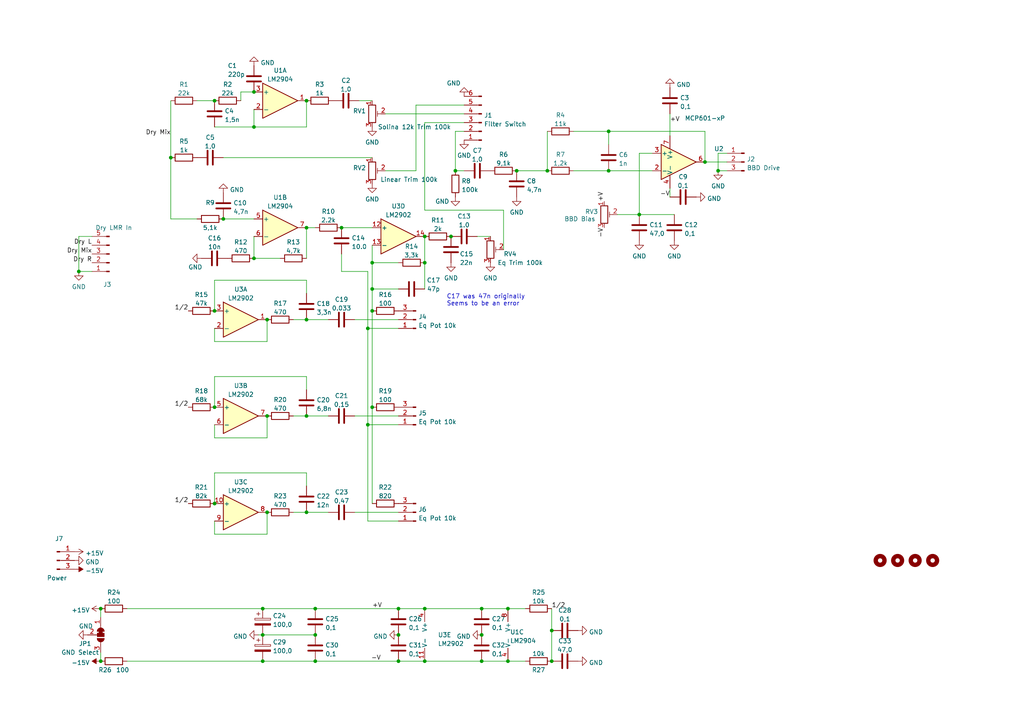
<source format=kicad_sch>
(kicad_sch (version 20211123) (generator eeschema)
  (paper "A4")
  (lib_symbols
    (symbol "Amplifier_Operational:LM2902" (pin_names (offset 0.127))
      (property "Reference" "U" (at 0 5.08 0))
      (property "Value" "LM2902" (at 0 -5.08 0))
      (symbol "LM2902_1_1"
        (polyline (pts (xy -5.08 5.08) (xy 5.08 0) (xy -5.08 -5.08) (xy -5.08 5.08)) (stroke (width 0.254)) (fill (type background)))
        (pin output line (at 7.62 0 180) (length 2.54) (name "~") (number "1"))
        (pin input line (at -7.62 -2.54 0) (length 2.54) (name "-") (number "2"))
        (pin input line (at -7.62 2.54 0) (length 2.54) (name "+") (number "3"))
      )
      (symbol "LM2902_2_1"
        (polyline (pts (xy -5.08 5.08) (xy 5.08 0) (xy -5.08 -5.08) (xy -5.08 5.08)) (stroke (width 0.254)) (fill (type background)))
        (pin input line (at -7.62 2.54 0) (length 2.54) (name "+") (number "5"))
        (pin input line (at -7.62 -2.54 0) (length 2.54) (name "-") (number "6"))
        (pin output line (at 7.62 0 180) (length 2.54) (name "~") (number "7"))
      )
      (symbol "LM2902_3_1"
        (polyline (pts (xy -5.08 5.08) (xy 5.08 0) (xy -5.08 -5.08) (xy -5.08 5.08)) (stroke (width 0.254)) (fill (type background)))
        (pin input line (at -7.62 2.54 0) (length 2.54) (name "+") (number "10"))
        (pin output line (at 7.62 0 180) (length 2.54) (name "~") (number "8"))
        (pin input line (at -7.62 -2.54 0) (length 2.54) (name "-") (number "9"))
      )
      (symbol "LM2902_4_1"
        (polyline (pts (xy -5.08 5.08) (xy 5.08 0) (xy -5.08 -5.08) (xy -5.08 5.08)) (stroke (width 0.254)) (fill (type background)))
        (pin input line (at -7.62 2.54 0) (length 2.54) (name "+") (number "12"))
        (pin input line (at -7.62 -2.54 0) (length 2.54) (name "-") (number "13"))
        (pin output line (at 7.62 0 180) (length 2.54) (name "~") (number "14"))
      )
      (symbol "LM2902_5_1"
        (pin power_in line (at -2.54 -7.62 90) (length 3.81) (name "V-") (number "11"))
        (pin power_in line (at -2.54 7.62 270) (length 3.81) (name "V+") (number "4"))
      )
    )
    (symbol "Amplifier_Operational:LM2904" (pin_names (offset 0.127))
      (property "Reference" "U" (at 0 5.08 0))
      (property "Value" "LM2904" (at 0 -5.08 0))
      (symbol "LM2904_1_1"
        (polyline (pts (xy -5.08 5.08) (xy 5.08 0) (xy -5.08 -5.08) (xy -5.08 5.08)) (stroke (width 0.254)) (fill (type background)))
        (pin output line (at 7.62 0 180) (length 2.54) (name "~") (number "1"))
        (pin input line (at -7.62 -2.54 0) (length 2.54) (name "-") (number "2"))
        (pin input line (at -7.62 2.54 0) (length 2.54) (name "+") (number "3"))
      )
      (symbol "LM2904_2_1"
        (polyline (pts (xy -5.08 5.08) (xy 5.08 0) (xy -5.08 -5.08) (xy -5.08 5.08)) (stroke (width 0.254)) (fill (type background)))
        (pin input line (at -7.62 2.54 0) (length 2.54) (name "+") (number "5"))
        (pin input line (at -7.62 -2.54 0) (length 2.54) (name "-") (number "6"))
        (pin output line (at 7.62 0 180) (length 2.54) (name "~") (number "7"))
      )
      (symbol "LM2904_3_1"
        (pin power_in line (at -2.54 -7.62 90) (length 3.81) (name "V-") (number "4"))
        (pin power_in line (at -2.54 7.62 270) (length 3.81) (name "V+") (number "8"))
      )
    )
    (symbol "Amplifier_Operational:MCP601-xP" (pin_names (offset 0.127))
      (property "Reference" "U" (at 0 6.35 0))
      (property "Value" "MCP601-xP" (at 0 3.81 0))
      (symbol "MCP601-xP_0_1"
        (polyline (pts (xy -5.08 5.08) (xy 5.08 0) (xy -5.08 -5.08) (xy -5.08 5.08)) (stroke (width 0.254)) (fill (type background)))
      )
      (symbol "MCP601-xP_1_1"
        (pin no_connect line (at -5.08 -2.54 90) (length 2.54) hide (name "NC") (number "1"))
        (pin input line (at -7.62 -2.54 0) (length 2.54) (name "-") (number "2"))
        (pin input line (at -7.62 2.54 0) (length 2.54) (name "+") (number "3"))
        (pin power_in line (at -2.54 -7.62 90) (length 3.81) (name "V-") (number "4"))
        (pin no_connect line (at -2.54 -2.54 90) (length 2.54) hide (name "NC") (number "5"))
        (pin output line (at 7.62 0 180) (length 2.54) (name "~") (number "6"))
        (pin power_in line (at -2.54 7.62 270) (length 3.81) (name "V+") (number "7"))
        (pin no_connect line (at 0 -2.54 90) (length 2.54) hide (name "NC") (number "8"))
      )
    )
    (symbol "Connector:Conn_01x03_Male" (pin_names (offset 1.016) hide)
      (property "Reference" "J" (at 0 5.08 0))
      (property "Value" "Conn_01x03_Male" (at 0 -5.08 0))
      (symbol "Conn_01x03_Male_1_1"
        (polyline (pts (xy 1.27 -2.54) (xy 0.8636 -2.54)) (stroke (width 0.1524)))
        (polyline (pts (xy 1.27 0) (xy 0.8636 0)) (stroke (width 0.1524)))
        (polyline (pts (xy 1.27 2.54) (xy 0.8636 2.54)) (stroke (width 0.1524)))
        (rectangle (start 0.8636 -2.413) (end 0 -2.667) (stroke (width 0.1524)) (fill (type outline)))
        (rectangle (start 0.8636 0.127) (end 0 -0.127) (stroke (width 0.1524)) (fill (type outline)))
        (rectangle (start 0.8636 2.667) (end 0 2.413) (stroke (width 0.1524)) (fill (type outline)))
        (pin passive line (at 5.08 2.54 180) (length 3.81) (name "Pin_1") (number "1"))
        (pin passive line (at 5.08 0 180) (length 3.81) (name "Pin_2") (number "2"))
        (pin passive line (at 5.08 -2.54 180) (length 3.81) (name "Pin_3") (number "3"))
      )
    )
    (symbol "Connector:Conn_01x05_Male" (pin_names (offset 1.016) hide)
      (property "Reference" "J" (at 0 7.62 0))
      (property "Value" "Conn_01x05_Male" (at 0 -7.62 0))
      (symbol "Conn_01x05_Male_1_1"
        (polyline (pts (xy 1.27 -5.08) (xy 0.8636 -5.08)) (stroke (width 0.1524)))
        (polyline (pts (xy 1.27 -2.54) (xy 0.8636 -2.54)) (stroke (width 0.1524)))
        (polyline (pts (xy 1.27 0) (xy 0.8636 0)) (stroke (width 0.1524)))
        (polyline (pts (xy 1.27 2.54) (xy 0.8636 2.54)) (stroke (width 0.1524)))
        (polyline (pts (xy 1.27 5.08) (xy 0.8636 5.08)) (stroke (width 0.1524)))
        (rectangle (start 0.8636 -4.953) (end 0 -5.207) (stroke (width 0.1524)) (fill (type outline)))
        (rectangle (start 0.8636 -2.413) (end 0 -2.667) (stroke (width 0.1524)) (fill (type outline)))
        (rectangle (start 0.8636 0.127) (end 0 -0.127) (stroke (width 0.1524)) (fill (type outline)))
        (rectangle (start 0.8636 2.667) (end 0 2.413) (stroke (width 0.1524)) (fill (type outline)))
        (rectangle (start 0.8636 5.207) (end 0 4.953) (stroke (width 0.1524)) (fill (type outline)))
        (pin passive line (at 5.08 5.08 180) (length 3.81) (name "Pin_1") (number "1"))
        (pin passive line (at 5.08 2.54 180) (length 3.81) (name "Pin_2") (number "2"))
        (pin passive line (at 5.08 0 180) (length 3.81) (name "Pin_3") (number "3"))
        (pin passive line (at 5.08 -2.54 180) (length 3.81) (name "Pin_4") (number "4"))
        (pin passive line (at 5.08 -5.08 180) (length 3.81) (name "Pin_5") (number "5"))
      )
    )
    (symbol "Connector:Conn_01x06_Male" (pin_names (offset 1.016) hide)
      (property "Reference" "J" (at 0 7.62 0))
      (property "Value" "Conn_01x06_Male" (at 0 -10.16 0))
      (symbol "Conn_01x06_Male_1_1"
        (polyline (pts (xy 1.27 -7.62) (xy 0.8636 -7.62)) (stroke (width 0.1524)))
        (polyline (pts (xy 1.27 -5.08) (xy 0.8636 -5.08)) (stroke (width 0.1524)))
        (polyline (pts (xy 1.27 -2.54) (xy 0.8636 -2.54)) (stroke (width 0.1524)))
        (polyline (pts (xy 1.27 0) (xy 0.8636 0)) (stroke (width 0.1524)))
        (polyline (pts (xy 1.27 2.54) (xy 0.8636 2.54)) (stroke (width 0.1524)))
        (polyline (pts (xy 1.27 5.08) (xy 0.8636 5.08)) (stroke (width 0.1524)))
        (rectangle (start 0.8636 -7.493) (end 0 -7.747) (stroke (width 0.1524)) (fill (type outline)))
        (rectangle (start 0.8636 -4.953) (end 0 -5.207) (stroke (width 0.1524)) (fill (type outline)))
        (rectangle (start 0.8636 -2.413) (end 0 -2.667) (stroke (width 0.1524)) (fill (type outline)))
        (rectangle (start 0.8636 0.127) (end 0 -0.127) (stroke (width 0.1524)) (fill (type outline)))
        (rectangle (start 0.8636 2.667) (end 0 2.413) (stroke (width 0.1524)) (fill (type outline)))
        (rectangle (start 0.8636 5.207) (end 0 4.953) (stroke (width 0.1524)) (fill (type outline)))
        (pin passive line (at 5.08 5.08 180) (length 3.81) (name "Pin_1") (number "1"))
        (pin passive line (at 5.08 2.54 180) (length 3.81) (name "Pin_2") (number "2"))
        (pin passive line (at 5.08 0 180) (length 3.81) (name "Pin_3") (number "3"))
        (pin passive line (at 5.08 -2.54 180) (length 3.81) (name "Pin_4") (number "4"))
        (pin passive line (at 5.08 -5.08 180) (length 3.81) (name "Pin_5") (number "5"))
        (pin passive line (at 5.08 -7.62 180) (length 3.81) (name "Pin_6") (number "6"))
      )
    )
    (symbol "Device:C" (pin_numbers hide) (pin_names (offset 0.254))
      (property "Reference" "C" (at 0.635 2.54 0))
      (property "Value" "C" (at 0.635 -2.54 0))
      (symbol "C_0_1"
        (polyline (pts (xy -2.032 -0.762) (xy 2.032 -0.762)) (stroke (width 0.508)))
        (polyline (pts (xy -2.032 0.762) (xy 2.032 0.762)) (stroke (width 0.508)))
      )
      (symbol "C_1_1"
        (pin passive line (at 0 3.81 270) (length 2.794) (name "~") (number "1"))
        (pin passive line (at 0 -3.81 90) (length 2.794) (name "~") (number "2"))
      )
    )
    (symbol "Device:C_Polarized" (pin_numbers hide) (pin_names (offset 0.254))
      (property "Reference" "C" (at 0.635 2.54 0))
      (property "Value" "C_Polarized" (at 0.635 -2.54 0))
      (symbol "C_Polarized_0_1"
        (rectangle (start -2.286 0.508) (end 2.286 1.016))
        (polyline (pts (xy -1.778 2.286) (xy -0.762 2.286)))
        (polyline (pts (xy -1.27 2.794) (xy -1.27 1.778)))
        (rectangle (start 2.286 -0.508) (end -2.286 -1.016) (fill (type outline)))
      )
      (symbol "C_Polarized_1_1"
        (pin passive line (at 0 3.81 270) (length 2.794) (name "~") (number "1"))
        (pin passive line (at 0 -3.81 90) (length 2.794) (name "~") (number "2"))
      )
    )
    (symbol "Device:R" (pin_numbers hide) (pin_names (offset 0))
      (property "Reference" "R" (at 2.032 0 90))
      (property "Value" "R" (at 0 0 90))
      (symbol "R_0_1"
        (rectangle (start -1.016 -2.54) (end 1.016 2.54) (stroke (width 0.254)))
      )
      (symbol "R_1_1"
        (pin passive line (at 0 3.81 270) (length 1.27) (name "~") (number "1"))
        (pin passive line (at 0 -3.81 90) (length 1.27) (name "~") (number "2"))
      )
    )
    (symbol "Device:R_Potentiometer_Trim" (pin_names (offset 1.016) hide)
      (property "Reference" "RV" (at -4.445 0 90))
      (property "Value" "R_Potentiometer_Trim" (at -2.54 0 90))
      (symbol "R_Potentiometer_Trim_0_1"
        (polyline (pts (xy 1.524 0.762) (xy 1.524 -0.762)))
        (polyline (pts (xy 2.54 0) (xy 1.524 0)))
        (rectangle (start 1.016 2.54) (end -1.016 -2.54) (stroke (width 0.254)))
      )
      (symbol "R_Potentiometer_Trim_1_1"
        (pin passive line (at 0 3.81 270) (length 1.27) (name "1") (number "1"))
        (pin passive line (at 3.81 0 180) (length 1.27) (name "2") (number "2"))
        (pin passive line (at 0 -3.81 90) (length 1.27) (name "3") (number "3"))
      )
    )
    (symbol "Jumper:SolderJumper_3_Bridged12" (pin_names (offset 0) hide)
      (property "Reference" "JP" (at -2.54 -2.54 0))
      (property "Value" "SolderJumper_3_Bridged12" (at 0 2.794 0))
      (symbol "SolderJumper_3_Bridged12_0_1"
        (rectangle (start -1.016 0.508) (end -0.508 -0.508) (fill (type outline)))
        (arc (start -1.016 1.016) (mid -2.032 0) (end -1.016 -1.016))
        (arc (start -1.016 1.016) (mid -2.032 0) (end -1.016 -1.016) (fill (type outline)))
        (rectangle (start -0.508 1.016) (end 0.508 -1.016) (fill (type outline)))
        (polyline (pts (xy -2.54 0) (xy -2.032 0)))
        (polyline (pts (xy -1.016 1.016) (xy -1.016 -1.016)))
        (polyline (pts (xy 0 -1.27) (xy 0 -1.016)))
        (polyline (pts (xy 1.016 1.016) (xy 1.016 -1.016)))
        (polyline (pts (xy 2.54 0) (xy 2.032 0)))
        (arc (start 1.016 -1.016) (mid 2.032 0) (end 1.016 1.016))
        (arc (start 1.016 -1.016) (mid 2.032 0) (end 1.016 1.016) (fill (type outline)))
      )
      (symbol "SolderJumper_3_Bridged12_1_1"
        (pin passive line (at -5.08 0 0) (length 2.54) (name "A") (number "1"))
        (pin passive line (at 0 -3.81 90) (length 2.54) (name "C") (number "2"))
        (pin passive line (at 5.08 0 180) (length 2.54) (name "B") (number "3"))
      )
    )
    (symbol "Mechanical:MountingHole" (pin_names (offset 1.016))
      (property "Reference" "H" (at 0 5.08 0))
      (property "Value" "MountingHole" (at 0 3.175 0))
      (symbol "MountingHole_0_1"
        (circle (center 0 0) (radius 1.27) (stroke (width 1.27)))
      )
    )
    (symbol "power:+15V" (power) (pin_names (offset 0))
      (property "Value" "+15V" (at 0 3.556 0))
      (symbol "+15V_0_1"
        (polyline (pts (xy -0.762 1.27) (xy 0 2.54)))
        (polyline (pts (xy 0 0) (xy 0 2.54)))
        (polyline (pts (xy 0 2.54) (xy 0.762 1.27)))
      )
      (symbol "+15V_1_1"
        (pin power_in line (at 0 0 90) (length 0) hide (name "+15V") (number "1"))
      )
    )
    (symbol "power:-15V" (power) (pin_names (offset 0))
      (property "Value" "-15V" (at 0 3.81 0))
      (symbol "-15V_0_0"
        (pin power_in line (at 0 0 90) (length 0) hide (name "-15V") (number "1"))
      )
      (symbol "-15V_0_1"
        (polyline (pts (xy 0 0) (xy 0 1.27) (xy 0.762 1.27) (xy 0 2.54) (xy -0.762 1.27) (xy 0 1.27)) (fill (type outline)))
      )
    )
    (symbol "power:GND" (power) (pin_names (offset 0))
      (property "Value" "GND" (at 0 -3.81 0))
      (symbol "GND_0_1"
        (polyline (pts (xy 0 0) (xy 0 -1.27) (xy 1.27 -1.27) (xy 0 -2.54) (xy -1.27 -1.27) (xy 0 -1.27)))
      )
      (symbol "GND_1_1"
        (pin power_in line (at 0 0 270) (length 0) hide (name "GND") (number "1"))
      )
    )
  )
  (junction (at 115.57 184.15))
  (junction (at 91.44 191.77))
  (junction (at 62.23 146.05))
  (junction (at 22.86 78.74))
  (junction (at 62.23 118.11))
  (junction (at 158.75 49.53))
  (junction (at 88.9 120.65))
  (junction (at 130.81 68.58))
  (junction (at 139.7 176.53))
  (junction (at 123.19 76.2))
  (junction (at 77.47 148.59))
  (junction (at 106.68 95.25))
  (junction (at 88.9 92.71))
  (junction (at 91.44 176.53))
  (junction (at 107.95 90.17))
  (junction (at 76.2 176.53))
  (junction (at 88.9 148.59))
  (junction (at 76.2 191.77))
  (junction (at 204.47 46.99))
  (junction (at 88.9 29.21))
  (junction (at 29.21 176.53))
  (junction (at 88.9 66.04))
  (junction (at 185.42 62.23))
  (junction (at 160.02 191.77))
  (junction (at 73.66 36.83))
  (junction (at 77.47 120.65))
  (junction (at 123.19 191.77))
  (junction (at 147.32 191.77))
  (junction (at 176.53 49.53))
  (junction (at 149.86 49.53))
  (junction (at 107.95 76.2))
  (junction (at 62.23 90.17))
  (junction (at 139.7 184.15))
  (junction (at 29.21 191.77))
  (junction (at 49.53 45.72))
  (junction (at 77.47 92.71))
  (junction (at 176.53 38.1))
  (junction (at 208.28 49.53))
  (junction (at 160.02 182.88))
  (junction (at 76.2 184.15))
  (junction (at 123.19 176.53))
  (junction (at 139.7 191.77))
  (junction (at 73.66 74.93))
  (junction (at 107.95 83.82))
  (junction (at 99.06 66.04))
  (junction (at 73.66 26.67))
  (junction (at 91.44 184.15))
  (junction (at 132.08 49.53))
  (junction (at 147.32 176.53))
  (junction (at 115.57 191.77))
  (junction (at 106.68 123.19))
  (junction (at 123.19 68.58))
  (junction (at 115.57 176.53))
  (junction (at 107.95 118.11))
  (junction (at 64.77 63.5))
  (junction (at 62.23 29.21))
  (wire (pts (xy 73.66 74.93) (xy 81.28 74.93)))
  (wire (pts (xy 123.19 76.2) (xy 123.19 83.82)))
  (wire (pts (xy 204.47 46.99) (xy 204.47 38.1)))
  (wire (pts (xy 123.19 60.96) (xy 146.05 60.96)))
  (wire (pts (xy 189.23 44.45) (xy 185.42 44.45)))
  (wire (pts (xy 77.47 127) (xy 77.47 120.65)))
  (wire (pts (xy 106.68 78.74) (xy 106.68 95.25)))
  (wire (pts (xy 106.68 151.13) (xy 106.68 123.19)))
  (wire (pts (xy 107.95 71.12) (xy 107.95 76.2)))
  (wire (pts (xy 57.15 29.21) (xy 62.23 29.21)))
  (wire (pts (xy 88.9 66.04) (xy 88.9 74.93)))
  (wire (pts (xy 102.87 120.65) (xy 115.57 120.65)))
  (wire (pts (xy 123.19 35.56) (xy 123.19 60.96)))
  (wire (pts (xy 107.95 83.82) (xy 115.57 83.82)))
  (wire (pts (xy 107.95 76.2) (xy 107.95 83.82)))
  (wire (pts (xy 176.53 38.1) (xy 166.37 38.1)))
  (wire (pts (xy 111.76 33.02) (xy 134.62 33.02)))
  (wire (pts (xy 123.19 68.58) (xy 123.19 76.2)))
  (wire (pts (xy 194.31 54.61) (xy 194.31 57.15)))
  (wire (pts (xy 115.57 191.77) (xy 123.19 191.77)))
  (wire (pts (xy 166.37 49.53) (xy 176.53 49.53)))
  (wire (pts (xy 88.9 66.04) (xy 91.44 66.04)))
  (wire (pts (xy 62.23 36.83) (xy 73.66 36.83)))
  (wire (pts (xy 88.9 81.28) (xy 62.23 81.28)))
  (wire (pts (xy 149.86 49.53) (xy 158.75 49.53)))
  (wire (pts (xy 204.47 46.99) (xy 210.82 46.99)))
  (wire (pts (xy 49.53 29.21) (xy 49.53 45.72)))
  (wire (pts (xy 62.23 81.28) (xy 62.23 90.17)))
  (wire (pts (xy 146.05 60.96) (xy 146.05 72.39)))
  (wire (pts (xy 107.95 118.11) (xy 107.95 146.05)))
  (wire (pts (xy 62.23 154.94) (xy 77.47 154.94)))
  (wire (pts (xy 107.95 76.2) (xy 115.57 76.2)))
  (wire (pts (xy 62.23 99.06) (xy 77.47 99.06)))
  (wire (pts (xy 115.57 95.25) (xy 106.68 95.25)))
  (wire (pts (xy 64.77 63.5) (xy 73.66 63.5)))
  (wire (pts (xy 102.87 148.59) (xy 115.57 148.59)))
  (wire (pts (xy 62.23 123.19) (xy 62.23 127)))
  (wire (pts (xy 194.31 33.02) (xy 194.31 39.37)))
  (wire (pts (xy 88.9 85.09) (xy 88.9 81.28)))
  (wire (pts (xy 91.44 191.77) (xy 115.57 191.77)))
  (wire (pts (xy 22.86 68.58) (xy 22.86 78.74)))
  (wire (pts (xy 62.23 151.13) (xy 62.23 154.94)))
  (wire (pts (xy 132.08 38.1) (xy 134.62 38.1)))
  (wire (pts (xy 36.83 176.53) (xy 76.2 176.53)))
  (wire (pts (xy 115.57 151.13) (xy 106.68 151.13)))
  (wire (pts (xy 73.66 31.75) (xy 73.66 36.83)))
  (wire (pts (xy 152.4 191.77) (xy 147.32 191.77)))
  (wire (pts (xy 138.43 68.58) (xy 142.24 68.58)))
  (wire (pts (xy 204.47 38.1) (xy 176.53 38.1)))
  (wire (pts (xy 74.93 184.15) (xy 76.2 184.15)))
  (wire (pts (xy 62.23 137.16) (xy 62.23 146.05)))
  (wire (pts (xy 99.06 78.74) (xy 106.68 78.74)))
  (wire (pts (xy 139.7 176.53) (xy 123.19 176.53)))
  (wire (pts (xy 160.02 182.88) (xy 160.02 191.77)))
  (wire (pts (xy 88.9 120.65) (xy 95.25 120.65)))
  (wire (pts (xy 88.9 148.59) (xy 95.25 148.59)))
  (wire (pts (xy 88.9 140.97) (xy 88.9 137.16)))
  (wire (pts (xy 88.9 36.83) (xy 88.9 29.21)))
  (wire (pts (xy 77.47 99.06) (xy 77.47 92.71)))
  (wire (pts (xy 106.68 123.19) (xy 115.57 123.19)))
  (wire (pts (xy 26.67 68.58) (xy 22.86 68.58)))
  (wire (pts (xy 104.14 29.21) (xy 107.95 29.21)))
  (wire (pts (xy 179.07 62.23) (xy 185.42 62.23)))
  (wire (pts (xy 57.15 63.5) (xy 49.53 63.5)))
  (wire (pts (xy 106.68 95.25) (xy 106.68 123.19)))
  (wire (pts (xy 69.85 29.21) (xy 69.85 26.67)))
  (wire (pts (xy 62.23 127) (xy 77.47 127)))
  (wire (pts (xy 49.53 45.72) (xy 49.53 63.5)))
  (wire (pts (xy 69.85 26.67) (xy 73.66 26.67)))
  (wire (pts (xy 29.21 176.53) (xy 29.21 179.07)))
  (wire (pts (xy 99.06 66.04) (xy 107.95 66.04)))
  (wire (pts (xy 132.08 49.53) (xy 134.62 49.53)))
  (wire (pts (xy 62.23 95.25) (xy 62.23 99.06)))
  (wire (pts (xy 152.4 176.53) (xy 147.32 176.53)))
  (wire (pts (xy 85.09 148.59) (xy 88.9 148.59)))
  (wire (pts (xy 134.62 35.56) (xy 123.19 35.56)))
  (wire (pts (xy 88.9 109.22) (xy 62.23 109.22)))
  (wire (pts (xy 76.2 184.15) (xy 91.44 184.15)))
  (wire (pts (xy 88.9 92.71) (xy 95.25 92.71)))
  (wire (pts (xy 85.09 92.71) (xy 88.9 92.71)))
  (wire (pts (xy 88.9 137.16) (xy 62.23 137.16)))
  (wire (pts (xy 85.09 120.65) (xy 88.9 120.65)))
  (wire (pts (xy 76.2 191.77) (xy 91.44 191.77)))
  (wire (pts (xy 147.32 191.77) (xy 139.7 191.77)))
  (wire (pts (xy 139.7 191.77) (xy 123.19 191.77)))
  (wire (pts (xy 185.42 44.45) (xy 185.42 62.23)))
  (wire (pts (xy 176.53 49.53) (xy 189.23 49.53)))
  (wire (pts (xy 210.82 44.45) (xy 208.28 44.45)))
  (wire (pts (xy 185.42 62.23) (xy 195.58 62.23)))
  (wire (pts (xy 64.77 45.72) (xy 107.95 45.72)))
  (wire (pts (xy 99.06 73.66) (xy 99.06 78.74)))
  (wire (pts (xy 29.21 189.23) (xy 29.21 191.77)))
  (wire (pts (xy 115.57 176.53) (xy 123.19 176.53)))
  (wire (pts (xy 176.53 41.91) (xy 176.53 38.1)))
  (wire (pts (xy 73.66 68.58) (xy 73.66 74.93)))
  (wire (pts (xy 120.65 49.53) (xy 120.65 30.48)))
  (wire (pts (xy 107.95 90.17) (xy 107.95 118.11)))
  (wire (pts (xy 73.66 36.83) (xy 88.9 36.83)))
  (wire (pts (xy 91.44 176.53) (xy 115.57 176.53)))
  (wire (pts (xy 147.32 176.53) (xy 139.7 176.53)))
  (wire (pts (xy 62.23 109.22) (xy 62.23 118.11)))
  (wire (pts (xy 111.76 49.53) (xy 120.65 49.53)))
  (wire (pts (xy 120.65 30.48) (xy 134.62 30.48)))
  (wire (pts (xy 132.08 49.53) (xy 132.08 38.1)))
  (wire (pts (xy 158.75 38.1) (xy 158.75 49.53)))
  (wire (pts (xy 107.95 83.82) (xy 107.95 90.17)))
  (wire (pts (xy 36.83 191.77) (xy 76.2 191.77)))
  (wire (pts (xy 208.28 44.45) (xy 208.28 49.53)))
  (wire (pts (xy 102.87 92.71) (xy 115.57 92.71)))
  (wire (pts (xy 77.47 154.94) (xy 77.47 148.59)))
  (wire (pts (xy 88.9 113.03) (xy 88.9 109.22)))
  (wire (pts (xy 160.02 176.53) (xy 160.02 182.88)))
  (wire (pts (xy 22.86 78.74) (xy 26.67 78.74)))
  (wire (pts (xy 208.28 49.53) (xy 210.82 49.53)))
  (wire (pts (xy 76.2 176.53) (xy 91.44 176.53)))
  (text "C17 was 47n originally\nSeems to be an error" (at 129.54 88.9 0) (effects (font (size 1.27 1.27)) (justify left bottom)))
  (label "1{slash}2" (at 54.61 90.17 180))
  (label "-V" (at 110.49 191.77 180))
  (label "-V" (at 194.31 57.15 180))
  (label "Dry Mix" (at 49.53 39.37 180))
  (label "Dry Mix" (at 26.67 73.66 180))
  (label "Dry R" (at 26.67 76.2 180))
  (label "+V" (at 107.95 176.53 0))
  (label "-V" (at 175.26 66.04 270))
  (label "1{slash}2" (at 54.61 146.05 180))
  (label "+V" (at 194.31 35.56 0))
  (label "+V" (at 175.26 58.42 90))
  (label "1{slash}2" (at 54.61 118.11 180))
  (label "1{slash}2" (at 160.02 176.53 0))
  (label "Dry L" (at 26.67 71.12 180))
  (symbol (lib_id "Amplifier_Operational:LM2904") (at 81.28 66.04 0) (unit 2)
    (property "Reference" "U1" (at 81.28 57.2602 0))
    (property "Value" "LM2904" (at 81.28 59.7971 0))
    (property "Footprint" "Package_DIP:DIP-8_W7.62mm" (effects hide))
    (property "Datasheet" "http://www.ti.com/lit/ds/symlink/lm358.pdf" (effects hide))
  )
  (symbol (lib_id "Device:R") (at 132.08 53.34 180) (unit 1)
    (property "Reference" "R8" (at 133.858 52.5053 0) (effects (justify right)))
    (property "Value" "100k" (at 133.858 55.0422 0) (effects (justify right)))
    (property "Footprint" "Resistor_SMD:R_1206_3216Metric_Pad1.30x1.75mm_HandSolder" (effects hide))
  )
  (symbol (lib_id "Device:R") (at 81.28 120.65 90) (unit 1)
    (property "Reference" "R20" (at 81.28 115.9342 90))
    (property "Value" "470" (at 81.28 118.4711 90))
    (property "Footprint" "Resistor_SMD:R_1206_3216Metric_Pad1.30x1.75mm_HandSolder" (effects hide))
  )
  (symbol (lib_id "power:GND") (at 130.81 76.2 0) (unit 1)
    (property "Reference" "#PWR0112" (effects hide))
    (property "Value" "GND" (at 130.81 80.6434 0))
  )
  (symbol (lib_id "Device:C") (at 99.06 69.85 180) (unit 1)
    (property "Reference" "C14" (at 101.981 69.0153 0) (effects (justify right)))
    (property "Value" "10.0" (at 101.981 71.5522 0) (effects (justify right)))
    (property "Footprint" "Capacitor_SMD:C_0805_2012Metric_Pad1.18x1.45mm_HandSolder" (effects hide))
  )
  (symbol (lib_id "Amplifier_Operational:MCP601-xP") (at 196.85 46.99 0) (unit 1)
    (property "Reference" "U2" (at 208.5166 43.1633 0))
    (property "Value" "MCP601-xP" (at 204.47 34.29 0))
    (property "Footprint" "Package_DIP:DIP-8_W7.62mm" (effects hide))
    (property "Datasheet" "http://ww1.microchip.com/downloads/en/DeviceDoc/21314g.pdf" (effects hide))
  )
  (symbol (lib_id "Mechanical:MountingHole") (at 270.51 162.56 0) (unit 1)
    (property "Reference" "H4" (effects hide))
    (property "Value" "MountingHole" (effects hide))
    (property "Footprint" "MountingHole:MountingHole_3.2mm_M3" (effects hide))
  )
  (symbol (lib_id "power:GND") (at 142.24 76.2 0) (unit 1)
    (property "Reference" "#PWR0113" (effects hide))
    (property "Value" "GND" (at 142.24 80.6434 0))
  )
  (symbol (lib_id "power:+15V") (at 21.59 160.02 270) (unit 1)
    (property "Reference" "#PWR0105" (effects hide))
    (property "Value" "+15V" (at 24.765 160.4538 90) (effects (justify left)))
  )
  (symbol (lib_id "Device:C") (at 100.33 29.21 90) (unit 1)
    (property "Reference" "C2" (at 100.33 23.3512 90))
    (property "Value" "1,0" (at 100.33 25.8881 90))
    (property "Footprint" "Capacitor_SMD:C_0805_2012Metric_Pad1.18x1.45mm_HandSolder" (effects hide))
  )
  (symbol (lib_id "Connector:Conn_01x06_Male") (at 139.7 35.56 180) (unit 1)
    (property "Reference" "J1" (at 140.4112 33.4553 0) (effects (justify right)))
    (property "Value" "Filter Switch" (at 140.4112 35.9922 0) (effects (justify right)))
    (property "Footprint" "Connector_PinHeader_2.54mm:PinHeader_1x06_P2.54mm_Vertical" (effects hide))
  )
  (symbol (lib_id "Device:C") (at 88.9 88.9 0) (unit 1)
    (property "Reference" "C18" (at 91.821 88.0653 0) (effects (justify left)))
    (property "Value" "3,3n" (at 91.821 90.6022 0) (effects (justify left)))
    (property "Footprint" "Capacitor_SMD:C_0805_2012Metric_Pad1.18x1.45mm_HandSolder" (effects hide))
  )
  (symbol (lib_id "power:GND") (at 22.86 78.74 0) (unit 1)
    (property "Reference" "#PWR0115" (effects hide))
    (property "Value" "GND" (at 22.86 83.1834 0))
  )
  (symbol (lib_id "power:GND") (at 107.95 53.34 0) (unit 1)
    (property "Reference" "#PWR0117" (effects hide))
    (property "Value" "GND" (at 107.95 57.7834 0))
  )
  (symbol (lib_id "Device:R") (at 58.42 118.11 90) (unit 1)
    (property "Reference" "R18" (at 58.42 113.3942 90))
    (property "Value" "68k" (at 58.42 115.9311 90))
    (property "Footprint" "Resistor_SMD:R_1206_3216Metric_Pad1.30x1.75mm_HandSolder" (effects hide))
  )
  (symbol (lib_id "power:GND") (at 21.59 162.56 90) (unit 1)
    (property "Reference" "#PWR0104" (effects hide))
    (property "Value" "GND" (at 24.765 162.9938 90) (effects (justify right)))
  )
  (symbol (lib_id "Device:C_Polarized") (at 76.2 180.34 0) (unit 1)
    (property "Reference" "C24" (at 79.121 178.6163 0) (effects (justify left)))
    (property "Value" "100,0" (at 79.121 181.1532 0) (effects (justify left)))
    (property "Footprint" "Capacitor_SMD:C_Elec_6.3x5.8" (effects hide))
  )
  (symbol (lib_id "Device:R_Potentiometer_Trim") (at 107.95 33.02 0) (unit 1)
    (property "Reference" "RV1" (at 106.172 32.1853 0) (effects (justify right)))
    (property "Value" "Solina 12k Trim 100k" (at 130.81 36.83 0) (effects (justify right)))
    (property "Footprint" "Potentiometer_THT:Potentiometer_Runtron_RM-065_Vertical" (effects hide))
  )
  (symbol (lib_id "Mechanical:MountingHole") (at 260.35 162.56 0) (unit 1)
    (property "Reference" "H2" (effects hide))
    (property "Value" "MountingHole" (effects hide))
    (property "Footprint" "MountingHole:MountingHole_3.2mm_M3" (effects hide))
  )
  (symbol (lib_id "Device:R_Potentiometer_Trim") (at 175.26 62.23 0) (unit 1)
    (property "Reference" "RV3" (at 173.482 61.3953 0) (effects (justify right)))
    (property "Value" "BBD Bias" (at 172.72 63.5 0) (effects (justify right)))
    (property "Footprint" "Potentiometer_THT:Potentiometer_Runtron_RM-065_Vertical" (effects hide))
  )
  (symbol (lib_id "Device:C") (at 88.9 144.78 0) (unit 1)
    (property "Reference" "C22" (at 91.821 143.9453 0) (effects (justify left)))
    (property "Value" "12n" (at 91.821 146.4822 0) (effects (justify left)))
    (property "Footprint" "Capacitor_THT:C_Disc_D5.0mm_W2.5mm_P2.50mm" (effects hide))
  )
  (symbol (lib_id "power:GND") (at 58.42 74.93 270) (unit 1)
    (property "Reference" "#PWR0114" (effects hide))
    (property "Value" "GND" (at 54.61 77.47 90) (effects (justify left)))
  )
  (symbol (lib_id "Device:R_Potentiometer_Trim") (at 107.95 49.53 0) (unit 1)
    (property "Reference" "RV2" (at 106.172 48.6953 0) (effects (justify right)))
    (property "Value" "Linear Trim 100k" (at 127 52.07 0) (effects (justify right)))
    (property "Footprint" "Potentiometer_THT:Potentiometer_Runtron_RM-065_Vertical" (effects hide))
  )
  (symbol (lib_id "Amplifier_Operational:LM2902") (at 115.57 68.58 0) (unit 4)
    (property "Reference" "U3" (at 115.57 59.8002 0))
    (property "Value" "LM2902" (at 115.57 62.3371 0))
    (property "Footprint" "Package_DIP:DIP-14_W7.62mm" (effects hide))
    (property "Datasheet" "http://www.ti.com/lit/ds/symlink/lm2902-n.pdf" (effects hide))
  )
  (symbol (lib_id "power:GND") (at 201.93 57.15 90) (unit 1)
    (property "Reference" "#PWR0128" (effects hide))
    (property "Value" "GND" (at 205.105 57.5838 90) (effects (justify right)))
  )
  (symbol (lib_id "Device:C") (at 163.83 191.77 90) (unit 1)
    (property "Reference" "C33" (at 163.83 185.9112 90))
    (property "Value" "47,0" (at 163.83 188.4481 90))
    (property "Footprint" "Capacitor_SMD:C_Elec_6.3x5.8" (effects hide))
  )
  (symbol (lib_id "Connector:Conn_01x03_Male") (at 120.65 120.65 180) (unit 1)
    (property "Reference" "J5" (at 121.3612 119.8153 0) (effects (justify right)))
    (property "Value" "Eq Pot 10k" (at 121.3612 122.3522 0) (effects (justify right)))
    (property "Footprint" "Connector_PinHeader_2.54mm:PinHeader_1x03_P2.54mm_Vertical" (effects hide))
  )
  (symbol (lib_id "power:+15V") (at 29.21 176.53 90) (unit 1)
    (property "Reference" "#PWR0103" (effects hide))
    (property "Value" "+15V" (at 26.035 176.9638 90) (effects (justify left)))
  )
  (symbol (lib_id "Device:R") (at 81.28 92.71 90) (unit 1)
    (property "Reference" "R17" (at 81.28 87.9942 90))
    (property "Value" "470" (at 81.28 90.5311 90))
    (property "Footprint" "Resistor_SMD:R_1206_3216Metric_Pad1.30x1.75mm_HandSolder" (effects hide))
  )
  (symbol (lib_id "Device:C") (at 64.77 59.69 0) (unit 1)
    (property "Reference" "C10" (at 67.691 58.8553 0) (effects (justify left)))
    (property "Value" "4,7n" (at 67.691 61.3922 0) (effects (justify left)))
    (property "Footprint" "Capacitor_SMD:C_0805_2012Metric_Pad1.18x1.45mm_HandSolder" (effects hide))
  )
  (symbol (lib_id "Mechanical:MountingHole") (at 265.43 162.56 0) (unit 1)
    (property "Reference" "H3" (effects hide))
    (property "Value" "MountingHole" (effects hide))
    (property "Footprint" "MountingHole:MountingHole_3.2mm_M3" (effects hide))
  )
  (symbol (lib_id "Device:R") (at 81.28 148.59 90) (unit 1)
    (property "Reference" "R23" (at 81.28 143.8742 90))
    (property "Value" "470" (at 81.28 146.4111 90))
    (property "Footprint" "Resistor_SMD:R_1206_3216Metric_Pad1.30x1.75mm_HandSolder" (effects hide))
  )
  (symbol (lib_id "Amplifier_Operational:LM2902") (at 69.85 92.71 0) (unit 1)
    (property "Reference" "U3" (at 69.85 83.9302 0))
    (property "Value" "LM2902" (at 69.85 86.4671 0))
    (property "Footprint" "Package_DIP:DIP-14_W7.62mm" (effects hide))
    (property "Datasheet" "http://www.ti.com/lit/ds/symlink/lm2902-n.pdf" (effects hide))
  )
  (symbol (lib_id "Device:R") (at 33.02 176.53 90) (unit 1)
    (property "Reference" "R24" (at 33.02 171.8142 90))
    (property "Value" "100" (at 33.02 174.3511 90))
    (property "Footprint" "Resistor_SMD:R_1206_3216Metric_Pad1.30x1.75mm_HandSolder" (effects hide))
  )
  (symbol (lib_id "power:GND") (at 167.64 182.88 90) (unit 1)
    (property "Reference" "#PWR0109" (effects hide))
    (property "Value" "GND" (at 170.815 183.3138 90) (effects (justify right)))
  )
  (symbol (lib_id "power:GND") (at 107.95 36.83 0) (unit 1)
    (property "Reference" "#PWR0118" (effects hide))
    (property "Value" "GND" (at 107.95 41.2734 0))
  )
  (symbol (lib_id "Device:R") (at 33.02 191.77 90) (unit 1)
    (property "Reference" "R26" (at 30.48 194.31 90))
    (property "Value" "100" (at 35.56 194.31 90))
    (property "Footprint" "Resistor_SMD:R_1206_3216Metric_Pad1.30x1.75mm_HandSolder" (effects hide))
  )
  (symbol (lib_id "Device:C") (at 163.83 182.88 90) (unit 1)
    (property "Reference" "C28" (at 163.83 177.0212 90))
    (property "Value" "0,1" (at 163.83 179.5581 90))
    (property "Footprint" "Capacitor_SMD:C_1206_3216Metric_Pad1.33x1.80mm_HandSolder" (effects hide))
  )
  (symbol (lib_id "Device:C") (at 138.43 49.53 90) (unit 1)
    (property "Reference" "C7" (at 138.43 43.6712 90))
    (property "Value" "1,0" (at 138.43 46.2081 90))
    (property "Footprint" "Capacitor_SMD:C_0805_2012Metric_Pad1.18x1.45mm_HandSolder" (effects hide))
  )
  (symbol (lib_id "power:GND") (at 195.58 69.85 0) (unit 1)
    (property "Reference" "#PWR0126" (effects hide))
    (property "Value" "GND" (at 195.58 74.2934 0))
  )
  (symbol (lib_id "Device:C") (at 99.06 148.59 90) (unit 1)
    (property "Reference" "C23" (at 99.06 142.7312 90))
    (property "Value" "0,47" (at 99.06 145.2681 90))
    (property "Footprint" "Capacitor_SMD:C_0805_2012Metric_Pad1.18x1.45mm_HandSolder" (effects hide))
  )
  (symbol (lib_id "power:GND") (at 194.31 25.4 180) (unit 1)
    (property "Reference" "#PWR0129" (effects hide))
    (property "Value" "GND" (at 196.215 24.5638 0) (effects (justify right)))
  )
  (symbol (lib_id "power:GND") (at 25.4 184.15 270) (unit 1)
    (property "Reference" "#PWR0101" (effects hide))
    (property "Value" "GND" (at 22.86 181.61 90) (effects (justify left)))
  )
  (symbol (lib_id "Device:C") (at 149.86 53.34 0) (unit 1)
    (property "Reference" "C8" (at 152.781 52.5053 0) (effects (justify left)))
    (property "Value" "4,7n" (at 152.781 55.0422 0) (effects (justify left)))
    (property "Footprint" "Capacitor_SMD:C_0805_2012Metric_Pad1.18x1.45mm_HandSolder" (effects hide))
  )
  (symbol (lib_id "Device:C") (at 139.7 187.96 0) (unit 1)
    (property "Reference" "C32" (at 142.621 187.1253 0) (effects (justify left)))
    (property "Value" "0,1" (at 142.621 189.6622 0) (effects (justify left)))
    (property "Footprint" "Capacitor_SMD:C_1206_3216Metric_Pad1.33x1.80mm_HandSolder" (effects hide))
  )
  (symbol (lib_id "Device:R") (at 66.04 29.21 90) (unit 1)
    (property "Reference" "R2" (at 66.04 24.4942 90))
    (property "Value" "22k" (at 66.04 27.0311 90))
    (property "Footprint" "Resistor_SMD:R_1206_3216Metric_Pad1.30x1.75mm_HandSolder" (effects hide))
  )
  (symbol (lib_id "Device:C") (at 62.23 33.02 0) (unit 1)
    (property "Reference" "C4" (at 65.151 32.1853 0) (effects (justify left)))
    (property "Value" "1,5n" (at 65.151 34.7222 0) (effects (justify left)))
    (property "Footprint" "Capacitor_THT:C_Disc_D5.0mm_W2.5mm_P2.50mm" (effects hide))
  )
  (symbol (lib_id "power:GND") (at 115.57 184.15 270) (unit 1)
    (property "Reference" "#PWR0110" (effects hide))
    (property "Value" "GND" (at 112.3951 184.5838 90) (effects (justify right)))
  )
  (symbol (lib_id "Device:R") (at 53.34 45.72 90) (unit 1)
    (property "Reference" "R5" (at 53.34 41.0042 90))
    (property "Value" "1k" (at 53.34 43.5411 90))
    (property "Footprint" "Resistor_SMD:R_1206_3216Metric_Pad1.30x1.75mm_HandSolder" (effects hide))
  )
  (symbol (lib_id "power:GND") (at 134.62 40.64 0) (unit 1)
    (property "Reference" "#PWR0120" (effects hide))
    (property "Value" "GND" (at 134.62 45.0834 0))
  )
  (symbol (lib_id "power:GND") (at 132.08 57.15 0) (unit 1)
    (property "Reference" "#PWR0125" (effects hide))
    (property "Value" "GND" (at 128.27 58.42 0))
  )
  (symbol (lib_id "Connector:Conn_01x03_Male") (at 215.9 46.99 0) (mirror y) (unit 1)
    (property "Reference" "J2" (at 216.6112 46.1553 0) (effects (justify right)))
    (property "Value" "BBD Drive" (at 216.6112 48.6922 0) (effects (justify right)))
    (property "Footprint" "Connector_PinHeader_2.54mm:PinHeader_1x03_P2.54mm_Vertical" (effects hide))
  )
  (symbol (lib_id "Device:R") (at 111.76 146.05 90) (unit 1)
    (property "Reference" "R22" (at 111.76 141.3342 90))
    (property "Value" "820" (at 111.76 143.8711 90))
    (property "Footprint" "Resistor_SMD:R_1206_3216Metric_Pad1.30x1.75mm_HandSolder" (effects hide))
  )
  (symbol (lib_id "power:GND") (at 149.86 57.15 0) (unit 1)
    (property "Reference" "#PWR0124" (effects hide))
    (property "Value" "GND" (at 149.86 61.5934 0))
  )
  (symbol (lib_id "Connector:Conn_01x05_Male") (at 31.75 73.66 180) (unit 1)
    (property "Reference" "J3" (at 31.115 82.516 0))
    (property "Value" "Dry LMR In" (at 33.02 66.04 0))
    (property "Footprint" "Connector_PinHeader_2.54mm:PinHeader_1x05_P2.54mm_Vertical" (effects hide))
  )
  (symbol (lib_id "Connector:Conn_01x03_Male") (at 16.51 162.56 0) (unit 1)
    (property "Reference" "J7" (at 17.145 156.244 0))
    (property "Value" "Power" (at 16.51 167.64 0))
    (property "Footprint" "Connector_PinHeader_2.54mm:PinHeader_1x03_P2.54mm_Vertical" (effects hide))
  )
  (symbol (lib_id "Connector:Conn_01x03_Male") (at 120.65 92.71 180) (unit 1)
    (property "Reference" "J4" (at 121.3612 91.8753 0) (effects (justify right)))
    (property "Value" "Eq Pot 10k" (at 121.3612 94.4122 0) (effects (justify right)))
    (property "Footprint" "Connector_PinHeader_2.54mm:PinHeader_1x03_P2.54mm_Vertical" (effects hide))
  )
  (symbol (lib_id "Amplifier_Operational:LM2902") (at 69.85 120.65 0) (unit 2)
    (property "Reference" "U3" (at 69.85 111.8702 0))
    (property "Value" "LM2902" (at 69.85 114.4071 0))
    (property "Footprint" "Package_DIP:DIP-14_W7.62mm" (effects hide))
    (property "Datasheet" "http://www.ti.com/lit/ds/symlink/lm2902-n.pdf" (effects hide))
  )
  (symbol (lib_id "Device:C") (at 60.96 45.72 90) (unit 1)
    (property "Reference" "C5" (at 60.96 39.8612 90))
    (property "Value" "1,0" (at 60.96 42.3981 90))
    (property "Footprint" "Capacitor_SMD:C_0805_2012Metric_Pad1.18x1.45mm_HandSolder" (effects hide))
  )
  (symbol (lib_id "power:GND") (at 167.64 191.77 90) (unit 1)
    (property "Reference" "#PWR0108" (effects hide))
    (property "Value" "GND" (at 170.815 192.2038 90) (effects (justify right)))
  )
  (symbol (lib_id "power:GND") (at 185.42 69.85 0) (unit 1)
    (property "Reference" "#PWR0127" (effects hide))
    (property "Value" "GND" (at 185.42 74.2934 0))
  )
  (symbol (lib_id "power:GND") (at 64.77 55.88 180) (unit 1)
    (property "Reference" "#PWR0116" (effects hide))
    (property "Value" "GND" (at 66.675 55.0438 0) (effects (justify right)))
  )
  (symbol (lib_id "power:GND") (at 134.62 27.94 180) (unit 1)
    (property "Reference" "#PWR0121" (effects hide))
    (property "Value" "GND" (at 129.54 24.13 0) (effects (justify right)))
  )
  (symbol (lib_id "Device:C") (at 176.53 45.72 0) (unit 1)
    (property "Reference" "C6" (at 179.451 44.8853 0) (effects (justify left)))
    (property "Value" "1n" (at 179.451 47.4222 0) (effects (justify left)))
    (property "Footprint" "Capacitor_SMD:C_0805_2012Metric_Pad1.18x1.45mm_HandSolder" (effects hide))
  )
  (symbol (lib_id "Device:C") (at 88.9 116.84 0) (unit 1)
    (property "Reference" "C20" (at 91.821 116.0053 0) (effects (justify left)))
    (property "Value" "6,8n" (at 91.821 118.5422 0) (effects (justify left)))
    (property "Footprint" "Capacitor_SMD:C_0805_2012Metric_Pad1.18x1.45mm_HandSolder" (effects hide))
  )
  (symbol (lib_id "Device:C") (at 62.23 74.93 90) (unit 1)
    (property "Reference" "C16" (at 62.23 69.0712 90))
    (property "Value" "10n" (at 62.23 71.6081 90))
    (property "Footprint" "Capacitor_SMD:C_0805_2012Metric_Pad1.18x1.45mm_HandSolder" (effects hide))
  )
  (symbol (lib_id "Device:R") (at 146.05 49.53 90) (unit 1)
    (property "Reference" "R6" (at 146.05 44.8142 90))
    (property "Value" "9,1k" (at 146.05 47.3511 90))
    (property "Footprint" "Resistor_SMD:R_1206_3216Metric_Pad1.30x1.75mm_HandSolder" (effects hide))
  )
  (symbol (lib_id "Device:R") (at 156.21 191.77 90) (unit 1)
    (property "Reference" "R27" (at 156.21 194.31 90))
    (property "Value" "10k" (at 156.21 189.5911 90))
    (property "Footprint" "Resistor_SMD:R_1206_3216Metric_Pad1.30x1.75mm_HandSolder" (effects hide))
  )
  (symbol (lib_id "Device:C") (at 91.44 187.96 0) (unit 1)
    (property "Reference" "C30" (at 94.361 187.1253 0) (effects (justify left)))
    (property "Value" "0,1" (at 94.361 189.6622 0) (effects (justify left)))
    (property "Footprint" "Capacitor_SMD:C_1206_3216Metric_Pad1.33x1.80mm_HandSolder" (effects hide))
  )
  (symbol (lib_id "Device:C") (at 130.81 72.39 0) (unit 1)
    (property "Reference" "C15" (at 133.35 73.66 0) (effects (justify left)))
    (property "Value" "22n" (at 133.35 76.2 0) (effects (justify left)))
    (property "Footprint" "Capacitor_SMD:C_0805_2012Metric_Pad1.18x1.45mm_HandSolder" (effects hide))
  )
  (symbol (lib_id "power:GND") (at 73.66 19.05 180) (unit 1)
    (property "Reference" "#PWR0119" (effects hide))
    (property "Value" "GND" (at 75.565 18.2138 0) (effects (justify right)))
  )
  (symbol (lib_id "Device:C") (at 139.7 180.34 0) (unit 1)
    (property "Reference" "C27" (at 142.621 179.5053 0) (effects (justify left)))
    (property "Value" "0,1" (at 142.621 182.0422 0) (effects (justify left)))
    (property "Footprint" "Capacitor_SMD:C_1206_3216Metric_Pad1.33x1.80mm_HandSolder" (effects hide))
  )
  (symbol (lib_id "Device:R") (at 111.76 90.17 90) (unit 1)
    (property "Reference" "R16" (at 111.76 85.4542 90))
    (property "Value" "100" (at 111.76 87.9911 90))
    (property "Footprint" "Resistor_SMD:R_1206_3216Metric_Pad1.30x1.75mm_HandSolder" (effects hide))
  )
  (symbol (lib_id "Device:C") (at 198.12 57.15 90) (unit 1)
    (property "Reference" "C9" (at 198.12 51.2912 90))
    (property "Value" "0,1" (at 198.12 53.8281 90))
    (property "Footprint" "Capacitor_SMD:C_1206_3216Metric_Pad1.33x1.80mm_HandSolder" (effects hide))
  )
  (symbol (lib_id "power:-15V") (at 29.21 191.77 90) (unit 1)
    (property "Reference" "#PWR0102" (effects hide))
    (property "Value" "-15V" (at 26.035 192.2038 90) (effects (justify left)))
  )
  (symbol (lib_id "Connector:Conn_01x03_Male") (at 120.65 148.59 180) (unit 1)
    (property "Reference" "J6" (at 121.3612 147.7553 0) (effects (justify right)))
    (property "Value" "Eq Pot 10k" (at 121.3612 150.2922 0) (effects (justify right)))
    (property "Footprint" "Connector_PinHeader_2.54mm:PinHeader_1x03_P2.54mm_Vertical" (effects hide))
  )
  (symbol (lib_id "Device:C") (at 91.44 180.34 0) (unit 1)
    (property "Reference" "C25" (at 94.361 179.5053 0) (effects (justify left)))
    (property "Value" "0,1" (at 94.361 182.0422 0) (effects (justify left)))
    (property "Footprint" "Capacitor_SMD:C_1206_3216Metric_Pad1.33x1.80mm_HandSolder" (effects hide))
  )
  (symbol (lib_id "power:GND") (at 74.93 184.15 270) (unit 1)
    (property "Reference" "#PWR0107" (effects hide))
    (property "Value" "GND" (at 71.7551 184.5838 90) (effects (justify right)))
  )
  (symbol (lib_id "Amplifier_Operational:LM2902") (at 125.73 184.15 0) (unit 5)
    (property "Reference" "U3" (at 127 184.15 0) (effects (justify left)))
    (property "Value" "LM2902" (at 127 186.69 0) (effects (justify left)))
    (property "Footprint" "Package_DIP:DIP-14_W7.62mm" (effects hide))
    (property "Datasheet" "http://www.ti.com/lit/ds/symlink/lm2902-n.pdf" (effects hide))
  )
  (symbol (lib_id "Device:R") (at 58.42 90.17 90) (unit 1)
    (property "Reference" "R15" (at 58.42 85.4542 90))
    (property "Value" "47k" (at 58.42 87.9911 90))
    (property "Footprint" "Resistor_SMD:R_1206_3216Metric_Pad1.30x1.75mm_HandSolder" (effects hide))
  )
  (symbol (lib_id "Device:R") (at 162.56 49.53 90) (unit 1)
    (property "Reference" "R7" (at 162.56 44.8142 90))
    (property "Value" "1,2k" (at 162.56 47.3511 90))
    (property "Footprint" "Resistor_SMD:R_1206_3216Metric_Pad1.30x1.75mm_HandSolder" (effects hide))
  )
  (symbol (lib_id "Device:C_Polarized") (at 76.2 187.96 0) (unit 1)
    (property "Reference" "C29" (at 79.121 186.2363 0) (effects (justify left)))
    (property "Value" "100,0" (at 79.121 188.7732 0) (effects (justify left)))
    (property "Footprint" "Capacitor_SMD:C_Elec_6.3x5.8" (effects hide))
  )
  (symbol (lib_id "Device:R") (at 119.38 76.2 90) (unit 1)
    (property "Reference" "R14" (at 119.38 71.4842 90))
    (property "Value" "3,3k" (at 119.38 74.0211 90))
    (property "Footprint" "Resistor_SMD:R_1206_3216Metric_Pad1.30x1.75mm_HandSolder" (effects hide))
  )
  (symbol (lib_id "Device:R") (at 95.25 66.04 90) (unit 1)
    (property "Reference" "R10" (at 95.25 61.3242 90))
    (property "Value" "2.2k" (at 95.25 63.8611 90))
    (property "Footprint" "Resistor_SMD:R_1206_3216Metric_Pad1.30x1.75mm_HandSolder" (effects hide))
  )
  (symbol (lib_id "Device:C") (at 99.06 120.65 90) (unit 1)
    (property "Reference" "C21" (at 99.06 114.7912 90))
    (property "Value" "0,15" (at 99.06 117.3281 90))
    (property "Footprint" "Capacitor_THT:C_Disc_D5.0mm_W2.5mm_P2.50mm" (effects hide))
  )
  (symbol (lib_id "Device:C") (at 195.58 66.04 0) (unit 1)
    (property "Reference" "C12" (at 198.501 65.2053 0) (effects (justify left)))
    (property "Value" "0,1" (at 198.501 67.7422 0) (effects (justify left)))
    (property "Footprint" "Capacitor_SMD:C_1206_3216Metric_Pad1.33x1.80mm_HandSolder" (effects hide))
  )
  (symbol (lib_id "Amplifier_Operational:LM2904") (at 81.28 29.21 0) (unit 1)
    (property "Reference" "U1" (at 81.28 20.4302 0))
    (property "Value" "LM2904" (at 81.28 22.9671 0))
    (property "Footprint" "Package_DIP:DIP-8_W7.62mm" (effects hide))
    (property "Datasheet" "http://www.ti.com/lit/ds/symlink/lm358.pdf" (effects hide))
  )
  (symbol (lib_id "Device:R") (at 111.76 118.11 90) (unit 1)
    (property "Reference" "R19" (at 111.76 113.3942 90))
    (property "Value" "100" (at 111.76 115.9311 90))
    (property "Footprint" "Resistor_SMD:R_1206_3216Metric_Pad1.30x1.75mm_HandSolder" (effects hide))
  )
  (symbol (lib_id "Device:C") (at 99.06 92.71 90) (unit 1)
    (property "Reference" "C19" (at 99.06 86.8512 90))
    (property "Value" "0.033" (at 99.06 89.3881 90))
    (property "Footprint" "Capacitor_SMD:C_0805_2012Metric_Pad1.18x1.45mm_HandSolder" (effects hide))
  )
  (symbol (lib_id "power:GND") (at 139.7 184.15 270) (unit 1)
    (property "Reference" "#PWR0111" (effects hide))
    (property "Value" "GND" (at 136.5251 184.5838 90) (effects (justify right)))
  )
  (symbol (lib_id "Device:R") (at 58.42 146.05 90) (unit 1)
    (property "Reference" "R21" (at 58.42 141.3342 90))
    (property "Value" "82k" (at 58.42 143.8711 90))
    (property "Footprint" "Resistor_SMD:R_1206_3216Metric_Pad1.30x1.75mm_HandSolder" (effects hide))
  )
  (symbol (lib_id "Device:R") (at 69.85 74.93 90) (unit 1)
    (property "Reference" "R12" (at 69.85 70.2142 90))
    (property "Value" "470" (at 69.85 72.7511 90))
    (property "Footprint" "Resistor_SMD:R_1206_3216Metric_Pad1.30x1.75mm_HandSolder" (effects hide))
  )
  (symbol (lib_id "Device:R") (at 60.96 63.5 90) (unit 1)
    (property "Reference" "R9" (at 60.96 58.7842 90))
    (property "Value" "5,1k" (at 60.96 66.04 90))
    (property "Footprint" "Resistor_SMD:R_1206_3216Metric_Pad1.30x1.75mm_HandSolder" (effects hide))
  )
  (symbol (lib_id "Device:C") (at 185.42 66.04 0) (unit 1)
    (property "Reference" "C11" (at 188.341 65.2053 0) (effects (justify left)))
    (property "Value" "47,0" (at 188.341 67.7422 0) (effects (justify left)))
    (property "Footprint" "Capacitor_SMD:C_Elec_6.3x5.8" (effects hide))
  )
  (symbol (lib_id "Device:R") (at 53.34 29.21 90) (unit 1)
    (property "Reference" "R1" (at 53.34 24.4942 90))
    (property "Value" "22k" (at 53.34 27.0311 90))
    (property "Footprint" "Resistor_SMD:R_1206_3216Metric_Pad1.30x1.75mm_HandSolder" (effects hide))
  )
  (symbol (lib_id "Device:R_Potentiometer_Trim") (at 142.24 72.39 0) (unit 1)
    (property "Reference" "RV4" (at 149.86 73.66 0) (effects (justify right)))
    (property "Value" "Eq Trim 100k" (at 157.48 76.2 0) (effects (justify right)))
    (property "Footprint" "Potentiometer_THT:Potentiometer_Runtron_RM-065_Vertical" (effects hide))
  )
  (symbol (lib_id "Amplifier_Operational:LM2904") (at 149.86 184.15 0) (unit 3)
    (property "Reference" "U1" (at 147.955 183.3153 0) (effects (justify left)))
    (property "Value" "LM2904" (at 147.955 185.8522 0) (effects (justify left)))
    (property "Footprint" "Package_DIP:DIP-8_W7.62mm" (effects hide))
    (property "Datasheet" "http://www.ti.com/lit/ds/symlink/lm358.pdf" (effects hide))
  )
  (symbol (lib_id "Device:C") (at 115.57 187.96 0) (unit 1)
    (property "Reference" "C31" (at 118.491 187.1253 0) (effects (justify left)))
    (property "Value" "0,1" (at 118.491 189.6622 0) (effects (justify left)))
    (property "Footprint" "Capacitor_SMD:C_1206_3216Metric_Pad1.33x1.80mm_HandSolder" (effects hide))
  )
  (symbol (lib_id "power:GND") (at 208.28 49.53 0) (unit 1)
    (property "Reference" "#PWR0130" (effects hide))
    (property "Value" "GND" (at 208.28 53.9734 0))
  )
  (symbol (lib_id "Device:C") (at 194.31 29.21 0) (unit 1)
    (property "Reference" "C3" (at 197.231 28.3753 0) (effects (justify left)))
    (property "Value" "0,1" (at 197.231 30.9122 0) (effects (justify left)))
    (property "Footprint" "Capacitor_SMD:C_1206_3216Metric_Pad1.33x1.80mm_HandSolder" (effects hide))
  )
  (symbol (lib_id "Amplifier_Operational:LM2902") (at 69.85 148.59 0) (unit 3)
    (property "Reference" "U3" (at 69.85 139.8102 0))
    (property "Value" "LM2902" (at 69.85 142.3471 0))
    (property "Footprint" "Package_DIP:DIP-14_W7.62mm" (effects hide))
    (property "Datasheet" "http://www.ti.com/lit/ds/symlink/lm2902-n.pdf" (effects hide))
  )
  (symbol (lib_id "Device:R") (at 156.21 176.53 90) (unit 1)
    (property "Reference" "R25" (at 156.21 171.8142 90))
    (property "Value" "10k" (at 156.21 174.3511 90))
    (property "Footprint" "Resistor_SMD:R_1206_3216Metric_Pad1.30x1.75mm_HandSolder" (effects hide))
  )
  (symbol (lib_id "Mechanical:MountingHole") (at 255.27 162.56 0) (unit 1)
    (property "Reference" "H1" (effects hide))
    (property "Value" "MountingHole" (effects hide))
    (property "Footprint" "MountingHole:MountingHole_3.2mm_M3" (effects hide))
  )
  (symbol (lib_id "Device:R") (at 85.09 74.93 90) (unit 1)
    (property "Reference" "R13" (at 85.09 70.2142 90))
    (property "Value" "4,7k" (at 85.09 72.7511 90))
    (property "Footprint" "Resistor_SMD:R_1206_3216Metric_Pad1.30x1.75mm_HandSolder" (effects hide))
  )
  (symbol (lib_id "power:-15V") (at 21.59 165.1 270) (unit 1)
    (property "Reference" "#PWR0106" (effects hide))
    (property "Value" "-15V" (at 24.765 165.5338 90) (effects (justify left)))
  )
  (symbol (lib_id "Device:R") (at 127 68.58 90) (unit 1)
    (property "Reference" "R11" (at 127 63.8642 90))
    (property "Value" "2k" (at 127 66.4011 90))
    (property "Footprint" "Resistor_SMD:R_1206_3216Metric_Pad1.30x1.75mm_HandSolder" (effects hide))
  )
  (symbol (lib_id "Device:R") (at 92.71 29.21 90) (unit 1)
    (property "Reference" "R3" (at 92.71 24.4942 90))
    (property "Value" "1k" (at 92.71 27.0311 90))
    (property "Footprint" "Resistor_SMD:R_1206_3216Metric_Pad1.30x1.75mm_HandSolder" (effects hide))
  )
  (symbol (lib_id "Device:C") (at 119.38 83.82 90) (unit 1)
    (property "Reference" "C17" (at 125.73 81.28 90))
    (property "Value" "47p" (at 125.73 83.82 90))
    (property "Footprint" "Capacitor_SMD:C_0805_2012Metric_Pad1.18x1.45mm_HandSolder" (effects hide))
  )
  (symbol (lib_id "Device:R") (at 162.56 38.1 90) (unit 1)
    (property "Reference" "R4" (at 162.56 33.3842 90))
    (property "Value" "11k" (at 162.56 35.9211 90))
    (property "Footprint" "Resistor_SMD:R_1206_3216Metric_Pad1.30x1.75mm_HandSolder" (effects hide))
  )
  (symbol (lib_id "Jumper:SolderJumper_3_Bridged12") (at 29.21 184.15 270) (unit 1)
    (property "Reference" "JP1" (at 22.86 186.69 90) (effects (justify left)))
    (property "Value" "GND Select" (at 17.78 189.23 90) (effects (justify left)))
    (property "Footprint" "Connector_PinHeader_2.54mm:PinHeader_1x03_P2.54mm_Vertical" (effects hide))
  )
  (symbol (lib_id "Device:C") (at 134.62 68.58 270) (unit 1)
    (property "Reference" "C13" (at 134.62 62.7212 90))
    (property "Value" "1.0" (at 134.62 65.2581 90))
    (property "Footprint" "Capacitor_SMD:C_0805_2012Metric_Pad1.18x1.45mm_HandSolder" (effects hide))
  )
  (symbol (lib_id "Device:C") (at 115.57 180.34 0) (unit 1)
    (property "Reference" "C26" (at 118.491 179.5053 0) (effects (justify left)))
    (property "Value" "0,1" (at 118.491 182.0422 0) (effects (justify left)))
    (property "Footprint" "Capacitor_SMD:C_1206_3216Metric_Pad1.33x1.80mm_HandSolder" (effects hide))
  )
  (symbol (lib_id "Device:C") (at 73.66 22.86 180) (unit 1)
    (property "Reference" "C1" (at 66.04 19.05 0) (effects (justify right)))
    (property "Value" "220p" (at 66.04 21.59 0) (effects (justify right)))
    (property "Footprint" "Capacitor_THT:C_Disc_D5.0mm_W2.5mm_P2.50mm" (effects hide))
  )
)
</source>
